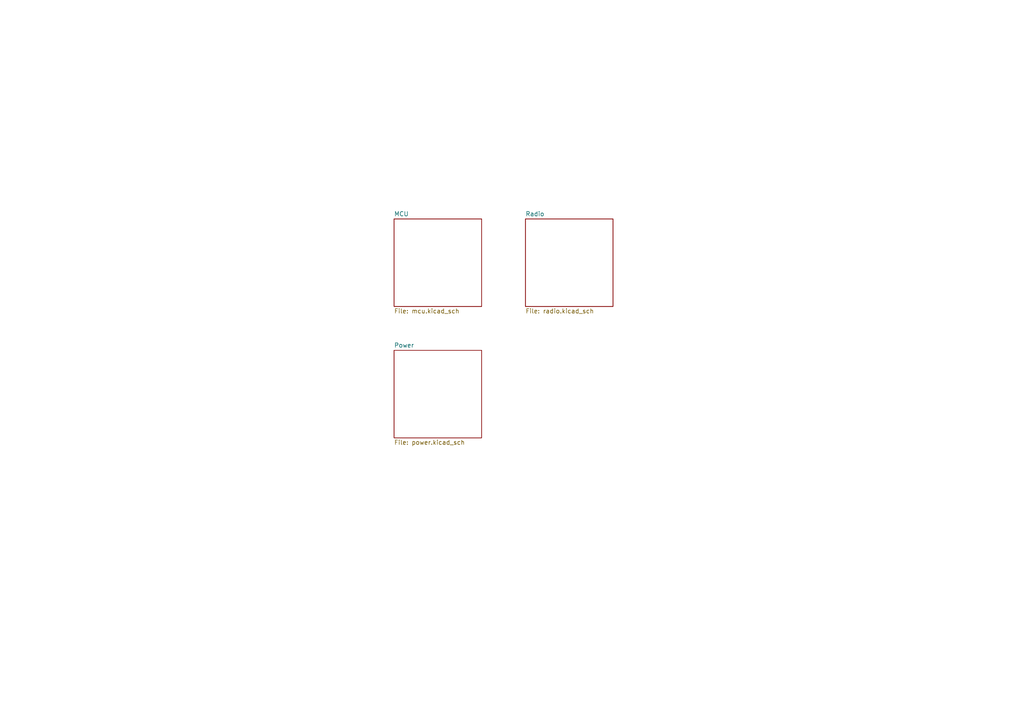
<source format=kicad_sch>
(kicad_sch
	(version 20250114)
	(generator "eeschema")
	(generator_version "9.0")
	(uuid "2785bbdd-da8c-4c23-b498-605d17251f95")
	(paper "A4")
	(lib_symbols)
	(sheet
		(at 114.3 63.5)
		(size 25.4 25.4)
		(exclude_from_sim no)
		(in_bom yes)
		(on_board yes)
		(dnp no)
		(fields_autoplaced yes)
		(stroke
			(width 0.1524)
			(type solid)
		)
		(fill
			(color 0 0 0 0.0000)
		)
		(uuid "329eb62d-f8d8-4a30-9cb6-995f07524828")
		(property "Sheetname" "MCU"
			(at 114.3 62.7884 0)
			(effects
				(font
					(size 1.27 1.27)
				)
				(justify left bottom)
			)
		)
		(property "Sheetfile" "mcu.kicad_sch"
			(at 114.3 89.4846 0)
			(effects
				(font
					(size 1.27 1.27)
				)
				(justify left top)
			)
		)
		(property "Field2" ""
			(at 114.3 63.5 0)
			(effects
				(font
					(size 1.27 1.27)
				)
			)
		)
		(instances
			(project "PALReceiver"
				(path "/2785bbdd-da8c-4c23-b498-605d17251f95"
					(page "2")
				)
			)
		)
	)
	(sheet
		(at 152.4 63.5)
		(size 25.4 25.4)
		(exclude_from_sim no)
		(in_bom yes)
		(on_board yes)
		(dnp no)
		(fields_autoplaced yes)
		(stroke
			(width 0.1524)
			(type solid)
		)
		(fill
			(color 0 0 0 0.0000)
		)
		(uuid "c2f76490-46bd-4e35-88e5-589a2205dd1b")
		(property "Sheetname" "Radio"
			(at 152.4 62.7884 0)
			(effects
				(font
					(size 1.27 1.27)
				)
				(justify left bottom)
			)
		)
		(property "Sheetfile" "radio.kicad_sch"
			(at 152.4 89.4846 0)
			(effects
				(font
					(size 1.27 1.27)
				)
				(justify left top)
			)
		)
		(property "Field2" ""
			(at 152.4 63.5 0)
			(effects
				(font
					(size 1.27 1.27)
				)
			)
		)
		(instances
			(project "PALReceiver"
				(path "/2785bbdd-da8c-4c23-b498-605d17251f95"
					(page "3")
				)
			)
		)
	)
	(sheet
		(at 114.3 101.6)
		(size 25.4 25.4)
		(exclude_from_sim no)
		(in_bom yes)
		(on_board yes)
		(dnp no)
		(fields_autoplaced yes)
		(stroke
			(width 0.1524)
			(type solid)
		)
		(fill
			(color 0 0 0 0.0000)
		)
		(uuid "d67e726a-4491-4f0e-9d11-8cee09321161")
		(property "Sheetname" "Power"
			(at 114.3 100.8884 0)
			(effects
				(font
					(size 1.27 1.27)
				)
				(justify left bottom)
			)
		)
		(property "Sheetfile" "power.kicad_sch"
			(at 114.3 127.5846 0)
			(effects
				(font
					(size 1.27 1.27)
				)
				(justify left top)
			)
		)
		(instances
			(project "PALReceiver"
				(path "/2785bbdd-da8c-4c23-b498-605d17251f95"
					(page "4")
				)
			)
		)
	)
	(sheet_instances
		(path "/"
			(page "1")
		)
	)
	(embedded_fonts no)
)

</source>
